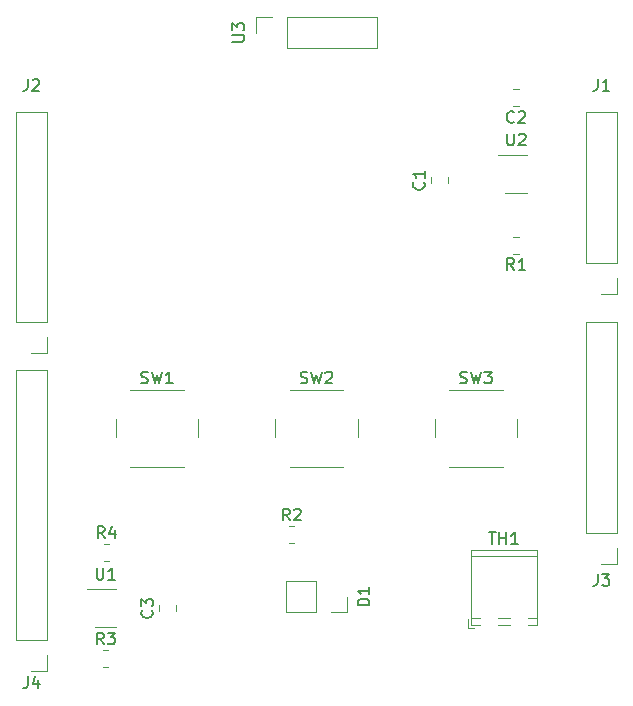
<source format=gbr>
%TF.GenerationSoftware,KiCad,Pcbnew,(5.1.7)-1*%
%TF.CreationDate,2020-11-11T20:37:37-05:00*%
%TF.ProjectId,Temp Probe,54656d70-2050-4726-9f62-652e6b696361,rev?*%
%TF.SameCoordinates,Original*%
%TF.FileFunction,Legend,Top*%
%TF.FilePolarity,Positive*%
%FSLAX46Y46*%
G04 Gerber Fmt 4.6, Leading zero omitted, Abs format (unit mm)*
G04 Created by KiCad (PCBNEW (5.1.7)-1) date 2020-11-11 20:37:37*
%MOMM*%
%LPD*%
G01*
G04 APERTURE LIST*
%ADD10C,0.120000*%
%ADD11C,0.150000*%
G04 APERTURE END LIST*
D10*
%TO.C,TH1*%
X67410000Y-123400000D02*
X67910000Y-123400000D01*
X67410000Y-122660000D02*
X67410000Y-123400000D01*
X73310000Y-116840000D02*
X73310000Y-123160000D01*
X67650000Y-116840000D02*
X67650000Y-123160000D01*
X72540000Y-123160000D02*
X73310000Y-123160000D01*
X70000000Y-123160000D02*
X70960000Y-123160000D01*
X67650000Y-123160000D02*
X68420000Y-123160000D01*
X67650000Y-116840000D02*
X73310000Y-116840000D01*
X67650000Y-117300000D02*
X73310000Y-117300000D01*
X72540000Y-122600000D02*
X73310000Y-122600000D01*
X70000000Y-122600000D02*
X70960000Y-122600000D01*
X67650000Y-122600000D02*
X68420000Y-122600000D01*
%TO.C,U1*%
X35850000Y-123360000D02*
X37650000Y-123360000D01*
X37650000Y-120140000D02*
X35200000Y-120140000D01*
%TO.C,U2*%
X70600000Y-86610000D02*
X72400000Y-86610000D01*
X72400000Y-83390000D02*
X69950000Y-83390000D01*
%TO.C,R1*%
X71727064Y-91735000D02*
X71272936Y-91735000D01*
X71727064Y-90265000D02*
X71272936Y-90265000D01*
%TO.C,R4*%
X36610436Y-116265000D02*
X37064564Y-116265000D01*
X36610436Y-117735000D02*
X37064564Y-117735000D01*
%TO.C,R3*%
X36522936Y-125265000D02*
X36977064Y-125265000D01*
X36522936Y-126735000D02*
X36977064Y-126735000D01*
%TO.C,R2*%
X52272936Y-114765000D02*
X52727064Y-114765000D01*
X52272936Y-116235000D02*
X52727064Y-116235000D01*
%TO.C,C3*%
X41265000Y-122011252D02*
X41265000Y-121488748D01*
X42735000Y-122011252D02*
X42735000Y-121488748D01*
%TO.C,C2*%
X71761252Y-79235000D02*
X71238748Y-79235000D01*
X71761252Y-77765000D02*
X71238748Y-77765000D01*
%TO.C,C1*%
X64265000Y-85761252D02*
X64265000Y-85238748D01*
X65735000Y-85761252D02*
X65735000Y-85238748D01*
%TO.C,U3*%
X49480000Y-73000000D02*
X49480000Y-71670000D01*
X49480000Y-71670000D02*
X50810000Y-71670000D01*
X52080000Y-71670000D02*
X59760000Y-71670000D01*
X59760000Y-74330000D02*
X59760000Y-71670000D01*
X52080000Y-74330000D02*
X59760000Y-74330000D01*
X52080000Y-74330000D02*
X52080000Y-71670000D01*
%TO.C,SW1*%
X44610000Y-107250000D02*
X44610000Y-105750000D01*
X43360000Y-103250000D02*
X38860000Y-103250000D01*
X37610000Y-105750000D02*
X37610000Y-107250000D01*
X38860000Y-109750000D02*
X43360000Y-109750000D01*
%TO.C,SW2*%
X58110000Y-107250000D02*
X58110000Y-105750000D01*
X56860000Y-103250000D02*
X52360000Y-103250000D01*
X51110000Y-105750000D02*
X51110000Y-107250000D01*
X52360000Y-109750000D02*
X56860000Y-109750000D01*
%TO.C,SW3*%
X71610000Y-107250000D02*
X71610000Y-105750000D01*
X70360000Y-103250000D02*
X65860000Y-103250000D01*
X64610000Y-105750000D02*
X64610000Y-107250000D01*
X65860000Y-109750000D02*
X70360000Y-109750000D01*
%TO.C,J4*%
X31810000Y-127060000D02*
X30480000Y-127060000D01*
X31810000Y-125730000D02*
X31810000Y-127060000D01*
X31810000Y-124460000D02*
X29150000Y-124460000D01*
X29150000Y-124460000D02*
X29150000Y-101540000D01*
X31810000Y-124460000D02*
X31810000Y-101540000D01*
X31810000Y-101540000D02*
X29150000Y-101540000D01*
%TO.C,J3*%
X80070000Y-117950000D02*
X78740000Y-117950000D01*
X80070000Y-116620000D02*
X80070000Y-117950000D01*
X80070000Y-115350000D02*
X77410000Y-115350000D01*
X77410000Y-115350000D02*
X77410000Y-97510000D01*
X80070000Y-115350000D02*
X80070000Y-97510000D01*
X80070000Y-97510000D02*
X77410000Y-97510000D01*
%TO.C,J2*%
X31810000Y-100140000D02*
X30480000Y-100140000D01*
X31810000Y-98810000D02*
X31810000Y-100140000D01*
X31810000Y-97540000D02*
X29150000Y-97540000D01*
X29150000Y-97540000D02*
X29150000Y-79700000D01*
X31810000Y-97540000D02*
X31810000Y-79700000D01*
X31810000Y-79700000D02*
X29150000Y-79700000D01*
%TO.C,J1*%
X80070000Y-95090000D02*
X78740000Y-95090000D01*
X80070000Y-93760000D02*
X80070000Y-95090000D01*
X80070000Y-92490000D02*
X77410000Y-92490000D01*
X77410000Y-92490000D02*
X77410000Y-79730000D01*
X80070000Y-92490000D02*
X80070000Y-79730000D01*
X80070000Y-79730000D02*
X77410000Y-79730000D01*
%TO.C,D1*%
X57190000Y-120750000D02*
X57190000Y-122080000D01*
X57190000Y-122080000D02*
X55860000Y-122080000D01*
X54590000Y-122080000D02*
X51990000Y-122080000D01*
X51990000Y-119420000D02*
X51990000Y-122080000D01*
X54590000Y-119420000D02*
X51990000Y-119420000D01*
X54590000Y-119420000D02*
X54590000Y-122080000D01*
%TO.C,TH1*%
D11*
X69194285Y-115292380D02*
X69765714Y-115292380D01*
X69480000Y-116292380D02*
X69480000Y-115292380D01*
X70099047Y-116292380D02*
X70099047Y-115292380D01*
X70099047Y-115768571D02*
X70670476Y-115768571D01*
X70670476Y-116292380D02*
X70670476Y-115292380D01*
X71670476Y-116292380D02*
X71099047Y-116292380D01*
X71384761Y-116292380D02*
X71384761Y-115292380D01*
X71289523Y-115435238D01*
X71194285Y-115530476D01*
X71099047Y-115578095D01*
%TO.C,U1*%
X35988095Y-118302380D02*
X35988095Y-119111904D01*
X36035714Y-119207142D01*
X36083333Y-119254761D01*
X36178571Y-119302380D01*
X36369047Y-119302380D01*
X36464285Y-119254761D01*
X36511904Y-119207142D01*
X36559523Y-119111904D01*
X36559523Y-118302380D01*
X37559523Y-119302380D02*
X36988095Y-119302380D01*
X37273809Y-119302380D02*
X37273809Y-118302380D01*
X37178571Y-118445238D01*
X37083333Y-118540476D01*
X36988095Y-118588095D01*
%TO.C,U2*%
X70738095Y-81552380D02*
X70738095Y-82361904D01*
X70785714Y-82457142D01*
X70833333Y-82504761D01*
X70928571Y-82552380D01*
X71119047Y-82552380D01*
X71214285Y-82504761D01*
X71261904Y-82457142D01*
X71309523Y-82361904D01*
X71309523Y-81552380D01*
X71738095Y-81647619D02*
X71785714Y-81600000D01*
X71880952Y-81552380D01*
X72119047Y-81552380D01*
X72214285Y-81600000D01*
X72261904Y-81647619D01*
X72309523Y-81742857D01*
X72309523Y-81838095D01*
X72261904Y-81980952D01*
X71690476Y-82552380D01*
X72309523Y-82552380D01*
%TO.C,R1*%
X71333333Y-93102380D02*
X71000000Y-92626190D01*
X70761904Y-93102380D02*
X70761904Y-92102380D01*
X71142857Y-92102380D01*
X71238095Y-92150000D01*
X71285714Y-92197619D01*
X71333333Y-92292857D01*
X71333333Y-92435714D01*
X71285714Y-92530952D01*
X71238095Y-92578571D01*
X71142857Y-92626190D01*
X70761904Y-92626190D01*
X72285714Y-93102380D02*
X71714285Y-93102380D01*
X72000000Y-93102380D02*
X72000000Y-92102380D01*
X71904761Y-92245238D01*
X71809523Y-92340476D01*
X71714285Y-92388095D01*
%TO.C,R4*%
X36670833Y-115802380D02*
X36337500Y-115326190D01*
X36099404Y-115802380D02*
X36099404Y-114802380D01*
X36480357Y-114802380D01*
X36575595Y-114850000D01*
X36623214Y-114897619D01*
X36670833Y-114992857D01*
X36670833Y-115135714D01*
X36623214Y-115230952D01*
X36575595Y-115278571D01*
X36480357Y-115326190D01*
X36099404Y-115326190D01*
X37527976Y-115135714D02*
X37527976Y-115802380D01*
X37289880Y-114754761D02*
X37051785Y-115469047D01*
X37670833Y-115469047D01*
%TO.C,R3*%
X36583333Y-124802380D02*
X36250000Y-124326190D01*
X36011904Y-124802380D02*
X36011904Y-123802380D01*
X36392857Y-123802380D01*
X36488095Y-123850000D01*
X36535714Y-123897619D01*
X36583333Y-123992857D01*
X36583333Y-124135714D01*
X36535714Y-124230952D01*
X36488095Y-124278571D01*
X36392857Y-124326190D01*
X36011904Y-124326190D01*
X36916666Y-123802380D02*
X37535714Y-123802380D01*
X37202380Y-124183333D01*
X37345238Y-124183333D01*
X37440476Y-124230952D01*
X37488095Y-124278571D01*
X37535714Y-124373809D01*
X37535714Y-124611904D01*
X37488095Y-124707142D01*
X37440476Y-124754761D01*
X37345238Y-124802380D01*
X37059523Y-124802380D01*
X36964285Y-124754761D01*
X36916666Y-124707142D01*
%TO.C,R2*%
X52333333Y-114302380D02*
X52000000Y-113826190D01*
X51761904Y-114302380D02*
X51761904Y-113302380D01*
X52142857Y-113302380D01*
X52238095Y-113350000D01*
X52285714Y-113397619D01*
X52333333Y-113492857D01*
X52333333Y-113635714D01*
X52285714Y-113730952D01*
X52238095Y-113778571D01*
X52142857Y-113826190D01*
X51761904Y-113826190D01*
X52714285Y-113397619D02*
X52761904Y-113350000D01*
X52857142Y-113302380D01*
X53095238Y-113302380D01*
X53190476Y-113350000D01*
X53238095Y-113397619D01*
X53285714Y-113492857D01*
X53285714Y-113588095D01*
X53238095Y-113730952D01*
X52666666Y-114302380D01*
X53285714Y-114302380D01*
%TO.C,C3*%
X40677142Y-121916666D02*
X40724761Y-121964285D01*
X40772380Y-122107142D01*
X40772380Y-122202380D01*
X40724761Y-122345238D01*
X40629523Y-122440476D01*
X40534285Y-122488095D01*
X40343809Y-122535714D01*
X40200952Y-122535714D01*
X40010476Y-122488095D01*
X39915238Y-122440476D01*
X39820000Y-122345238D01*
X39772380Y-122202380D01*
X39772380Y-122107142D01*
X39820000Y-121964285D01*
X39867619Y-121916666D01*
X39772380Y-121583333D02*
X39772380Y-120964285D01*
X40153333Y-121297619D01*
X40153333Y-121154761D01*
X40200952Y-121059523D01*
X40248571Y-121011904D01*
X40343809Y-120964285D01*
X40581904Y-120964285D01*
X40677142Y-121011904D01*
X40724761Y-121059523D01*
X40772380Y-121154761D01*
X40772380Y-121440476D01*
X40724761Y-121535714D01*
X40677142Y-121583333D01*
%TO.C,C2*%
X71333333Y-80537142D02*
X71285714Y-80584761D01*
X71142857Y-80632380D01*
X71047619Y-80632380D01*
X70904761Y-80584761D01*
X70809523Y-80489523D01*
X70761904Y-80394285D01*
X70714285Y-80203809D01*
X70714285Y-80060952D01*
X70761904Y-79870476D01*
X70809523Y-79775238D01*
X70904761Y-79680000D01*
X71047619Y-79632380D01*
X71142857Y-79632380D01*
X71285714Y-79680000D01*
X71333333Y-79727619D01*
X71714285Y-79727619D02*
X71761904Y-79680000D01*
X71857142Y-79632380D01*
X72095238Y-79632380D01*
X72190476Y-79680000D01*
X72238095Y-79727619D01*
X72285714Y-79822857D01*
X72285714Y-79918095D01*
X72238095Y-80060952D01*
X71666666Y-80632380D01*
X72285714Y-80632380D01*
%TO.C,C1*%
X63677142Y-85666666D02*
X63724761Y-85714285D01*
X63772380Y-85857142D01*
X63772380Y-85952380D01*
X63724761Y-86095238D01*
X63629523Y-86190476D01*
X63534285Y-86238095D01*
X63343809Y-86285714D01*
X63200952Y-86285714D01*
X63010476Y-86238095D01*
X62915238Y-86190476D01*
X62820000Y-86095238D01*
X62772380Y-85952380D01*
X62772380Y-85857142D01*
X62820000Y-85714285D01*
X62867619Y-85666666D01*
X63772380Y-84714285D02*
X63772380Y-85285714D01*
X63772380Y-85000000D02*
X62772380Y-85000000D01*
X62915238Y-85095238D01*
X63010476Y-85190476D01*
X63058095Y-85285714D01*
%TO.C,U3*%
X47492380Y-73761904D02*
X48301904Y-73761904D01*
X48397142Y-73714285D01*
X48444761Y-73666666D01*
X48492380Y-73571428D01*
X48492380Y-73380952D01*
X48444761Y-73285714D01*
X48397142Y-73238095D01*
X48301904Y-73190476D01*
X47492380Y-73190476D01*
X47492380Y-72809523D02*
X47492380Y-72190476D01*
X47873333Y-72523809D01*
X47873333Y-72380952D01*
X47920952Y-72285714D01*
X47968571Y-72238095D01*
X48063809Y-72190476D01*
X48301904Y-72190476D01*
X48397142Y-72238095D01*
X48444761Y-72285714D01*
X48492380Y-72380952D01*
X48492380Y-72666666D01*
X48444761Y-72761904D01*
X48397142Y-72809523D01*
%TO.C,SW1*%
X39776666Y-102654761D02*
X39919523Y-102702380D01*
X40157619Y-102702380D01*
X40252857Y-102654761D01*
X40300476Y-102607142D01*
X40348095Y-102511904D01*
X40348095Y-102416666D01*
X40300476Y-102321428D01*
X40252857Y-102273809D01*
X40157619Y-102226190D01*
X39967142Y-102178571D01*
X39871904Y-102130952D01*
X39824285Y-102083333D01*
X39776666Y-101988095D01*
X39776666Y-101892857D01*
X39824285Y-101797619D01*
X39871904Y-101750000D01*
X39967142Y-101702380D01*
X40205238Y-101702380D01*
X40348095Y-101750000D01*
X40681428Y-101702380D02*
X40919523Y-102702380D01*
X41110000Y-101988095D01*
X41300476Y-102702380D01*
X41538571Y-101702380D01*
X42443333Y-102702380D02*
X41871904Y-102702380D01*
X42157619Y-102702380D02*
X42157619Y-101702380D01*
X42062380Y-101845238D01*
X41967142Y-101940476D01*
X41871904Y-101988095D01*
%TO.C,SW2*%
X53276666Y-102654761D02*
X53419523Y-102702380D01*
X53657619Y-102702380D01*
X53752857Y-102654761D01*
X53800476Y-102607142D01*
X53848095Y-102511904D01*
X53848095Y-102416666D01*
X53800476Y-102321428D01*
X53752857Y-102273809D01*
X53657619Y-102226190D01*
X53467142Y-102178571D01*
X53371904Y-102130952D01*
X53324285Y-102083333D01*
X53276666Y-101988095D01*
X53276666Y-101892857D01*
X53324285Y-101797619D01*
X53371904Y-101750000D01*
X53467142Y-101702380D01*
X53705238Y-101702380D01*
X53848095Y-101750000D01*
X54181428Y-101702380D02*
X54419523Y-102702380D01*
X54610000Y-101988095D01*
X54800476Y-102702380D01*
X55038571Y-101702380D01*
X55371904Y-101797619D02*
X55419523Y-101750000D01*
X55514761Y-101702380D01*
X55752857Y-101702380D01*
X55848095Y-101750000D01*
X55895714Y-101797619D01*
X55943333Y-101892857D01*
X55943333Y-101988095D01*
X55895714Y-102130952D01*
X55324285Y-102702380D01*
X55943333Y-102702380D01*
%TO.C,SW3*%
X66776666Y-102654761D02*
X66919523Y-102702380D01*
X67157619Y-102702380D01*
X67252857Y-102654761D01*
X67300476Y-102607142D01*
X67348095Y-102511904D01*
X67348095Y-102416666D01*
X67300476Y-102321428D01*
X67252857Y-102273809D01*
X67157619Y-102226190D01*
X66967142Y-102178571D01*
X66871904Y-102130952D01*
X66824285Y-102083333D01*
X66776666Y-101988095D01*
X66776666Y-101892857D01*
X66824285Y-101797619D01*
X66871904Y-101750000D01*
X66967142Y-101702380D01*
X67205238Y-101702380D01*
X67348095Y-101750000D01*
X67681428Y-101702380D02*
X67919523Y-102702380D01*
X68110000Y-101988095D01*
X68300476Y-102702380D01*
X68538571Y-101702380D01*
X68824285Y-101702380D02*
X69443333Y-101702380D01*
X69110000Y-102083333D01*
X69252857Y-102083333D01*
X69348095Y-102130952D01*
X69395714Y-102178571D01*
X69443333Y-102273809D01*
X69443333Y-102511904D01*
X69395714Y-102607142D01*
X69348095Y-102654761D01*
X69252857Y-102702380D01*
X68967142Y-102702380D01*
X68871904Y-102654761D01*
X68824285Y-102607142D01*
%TO.C,J4*%
X30146666Y-127512380D02*
X30146666Y-128226666D01*
X30099047Y-128369523D01*
X30003809Y-128464761D01*
X29860952Y-128512380D01*
X29765714Y-128512380D01*
X31051428Y-127845714D02*
X31051428Y-128512380D01*
X30813333Y-127464761D02*
X30575238Y-128179047D01*
X31194285Y-128179047D01*
%TO.C,J3*%
X78406666Y-118832380D02*
X78406666Y-119546666D01*
X78359047Y-119689523D01*
X78263809Y-119784761D01*
X78120952Y-119832380D01*
X78025714Y-119832380D01*
X78787619Y-118832380D02*
X79406666Y-118832380D01*
X79073333Y-119213333D01*
X79216190Y-119213333D01*
X79311428Y-119260952D01*
X79359047Y-119308571D01*
X79406666Y-119403809D01*
X79406666Y-119641904D01*
X79359047Y-119737142D01*
X79311428Y-119784761D01*
X79216190Y-119832380D01*
X78930476Y-119832380D01*
X78835238Y-119784761D01*
X78787619Y-119737142D01*
%TO.C,J2*%
X30146666Y-76922380D02*
X30146666Y-77636666D01*
X30099047Y-77779523D01*
X30003809Y-77874761D01*
X29860952Y-77922380D01*
X29765714Y-77922380D01*
X30575238Y-77017619D02*
X30622857Y-76970000D01*
X30718095Y-76922380D01*
X30956190Y-76922380D01*
X31051428Y-76970000D01*
X31099047Y-77017619D01*
X31146666Y-77112857D01*
X31146666Y-77208095D01*
X31099047Y-77350952D01*
X30527619Y-77922380D01*
X31146666Y-77922380D01*
%TO.C,J1*%
X78406666Y-76922380D02*
X78406666Y-77636666D01*
X78359047Y-77779523D01*
X78263809Y-77874761D01*
X78120952Y-77922380D01*
X78025714Y-77922380D01*
X79406666Y-77922380D02*
X78835238Y-77922380D01*
X79120952Y-77922380D02*
X79120952Y-76922380D01*
X79025714Y-77065238D01*
X78930476Y-77160476D01*
X78835238Y-77208095D01*
%TO.C,D1*%
X59082380Y-121488095D02*
X58082380Y-121488095D01*
X58082380Y-121250000D01*
X58130000Y-121107142D01*
X58225238Y-121011904D01*
X58320476Y-120964285D01*
X58510952Y-120916666D01*
X58653809Y-120916666D01*
X58844285Y-120964285D01*
X58939523Y-121011904D01*
X59034761Y-121107142D01*
X59082380Y-121250000D01*
X59082380Y-121488095D01*
X59082380Y-119964285D02*
X59082380Y-120535714D01*
X59082380Y-120250000D02*
X58082380Y-120250000D01*
X58225238Y-120345238D01*
X58320476Y-120440476D01*
X58368095Y-120535714D01*
%TD*%
M02*

</source>
